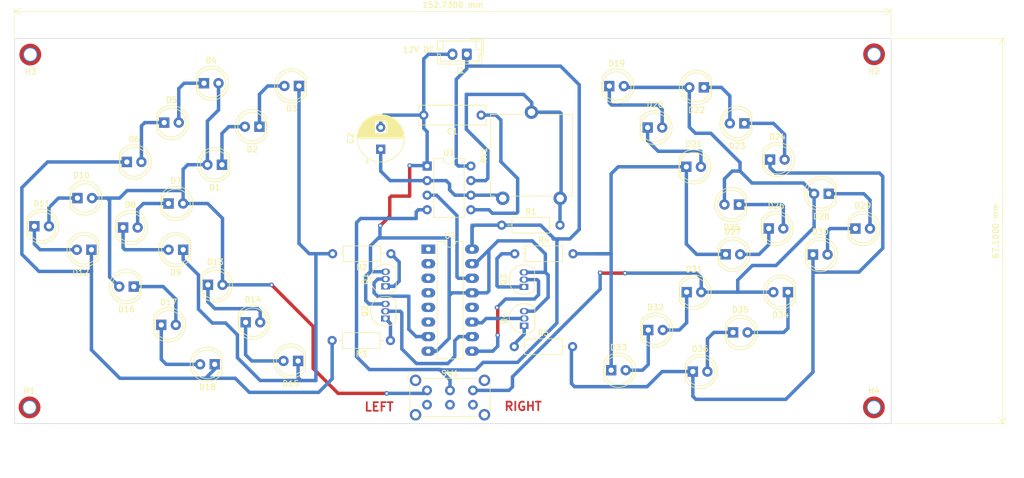
<source format=kicad_pcb>
(kicad_pcb (version 20211014) (generator pcbnew)
  (layers (0 "F.Cu" signal) (31 "B.Cu" signal) (34 "B.Paste" user) (35 "F.Paste" user) (36 "B.SilkS" user "B.Silkscreen") (37 "F.SilkS" user "F.Silkscreen") (38 "B.Mask" user) (39 "F.Mask" user) (44 "Edge.Cuts" user))
  (net 0 "")
  (net 1 "Net-(C1-Pad1)")
  (net 2 "Earth")
  (net 3 "Net-(C2-Pad1)")
  (net 4 "Net-(D1-Pad1)")
  (net 5 "Net-(D1-Pad2)")
  (net 6 "Net-(D2-Pad1)")
  (net 7 "Net-(D15-Pad1)")
  (net 8 "Net-(D4-Pad1)")
  (net 9 "Net-(D5-Pad1)")
  (net 10 "Net-(D12-Pad1)")
  (net 11 "Net-(D7-Pad1)")
  (net 12 "Net-(D8-Pad1)")
  (net 13 "Net-(D10-Pad1)")
  (net 14 "Net-(D11-Pad1)")
  (net 15 "Net-(D13-Pad1)")
  (net 16 "Net-(D14-Pad1)")
  (net 17 "Net-(D16-Pad1)")
  (net 18 "Net-(D17-Pad1)")
  (net 19 "Net-(D19-Pad1)")
  (net 20 "Net-(D19-Pad2)")
  (net 21 "Net-(D20-Pad1)")
  (net 22 "Net-(D21-Pad1)")
  (net 23 "Net-(D22-Pad1)")
  (net 24 "Net-(D23-Pad1)")
  (net 25 "Net-(D24-Pad1)")
  (net 26 "Net-(D25-Pad1)")
  (net 27 "Net-(D26-Pad1)")
  (net 28 "Net-(D28-Pad1)")
  (net 29 "Net-(D29-Pad1)")
  (net 30 "Net-(D31-Pad1)")
  (net 31 "Net-(D32-Pad1)")
  (net 32 "Net-(D34-Pad1)")
  (net 33 "Net-(D35-Pad1)")
  (net 34 "+12V")
  (net 35 "Net-(Q2-Pad1)")
  (net 36 "Net-(Q2-Pad2)")
  (net 37 "Net-(Q4-Pad1)")
  (net 38 "Net-(Q4-Pad2)")
  (net 39 "Net-(R1-Pad2)")
  (net 47 "Net-(R2-Pad1)")
  (net 48 "Net-(U2-Pad7)")
  (net 49 "Net-(U2-Pad9)")
  (net 50 "Net-(R4-Pad1)")
  (net 51 "/clock")
  (footprint "LED_THT:LED_D5.0mm" (layer "F.Cu") (at 95.895 77.42 180)
    (fp_text reference "D3")
    (fp_text value "LED")
  )
  (footprint "LED_THT:LED_D5.0mm" (layer "F.Cu") (at 59.73 105.95 180)
    (fp_text reference "D12")
    (fp_text value "LED")
  )
  (footprint "LED_THT:LED_D5.0mm" (layer "F.Cu") (at 164.515 127.18)
    (fp_text reference "D36")
    (fp_text value "LED")
  )
  (footprint "MountingHole:MountingHole_2.2mm_M2_DIN965_Pad_TopOnly" (layer "F.Cu") (at 196.09 71.9)
    (fp_text reference "H2")
    (fp_text value "MountingHole")
  )
  (footprint "LED_THT:LED_D5.0mm" (layer "F.Cu") (at 65.905 90.66)
    (fp_text reference "D6")
    (fp_text value "LED")
  )
  (footprint "LED_THT:LED_D5.0mm" (layer "F.Cu") (at 156.635 84.66)
    (fp_text reference "D20")
    (fp_text value "LED")
  )
  (footprint "LED_THT:LED_D5.0mm" (layer "F.Cu") (at 170.225 106.76)
    (fp_text reference "D27")
    (fp_text value "LED")
  )
  (footprint "Resistor_THT:R_Axial_DIN0207_L6.3mm_D2.5mm_P10.16mm_Horizontal" (layer "F.Cu") (at 133.4 122.83)
    (fp_text reference "R5")
    (fp_text value "200R")
  )
  (footprint "LED_THT:LED_D5.0mm" (layer "F.Cu") (at 73.165 97.9)
    (fp_text reference "D7")
    (fp_text value "LED")
  )
  (footprint "LED_THT:LED_D5.0mm" (layer "F.Cu") (at 173.5 83.94 180)
    (fp_text reference "D23")
    (fp_text value "LED")
  )
  (footprint "LED_THT:LED_D5.0mm" (layer "F.Cu") (at 177.745 102.25)
    (fp_text reference "D26")
    (fp_text value "LED")
  )
  (footprint "Resistor_THT:R_Axial_DIN0207_L6.3mm_D2.5mm_P10.16mm_Horizontal" (layer "F.Cu") (at 133.48 106.66)
    (fp_text reference "R4")
    (fp_text value "200R")
  )
  (footprint "Package_TO_SOT_THT:TO-92_Inline" (layer "F.Cu") (at 135.13 119.2 90)
    (fp_text reference "Q4")
    (fp_text value "BC547")
  )
  (footprint "LED_THT:LED_D5.0mm" (layer "F.Cu") (at 79.335 76.94)
    (fp_text reference "D4")
    (fp_text value "LED")
  )
  (footprint "Capacitor_THT:CP_Radial_D8.0mm_P3.80mm" (layer "F.Cu") (at 110.13 88.442651 90)
    (fp_text reference "C2")
    (fp_text value "10uF")
  )
  (footprint "LED_THT:LED_D5.0mm" (layer "F.Cu") (at 67.11 112.37 180)
    (fp_text reference "D16")
    (fp_text value "LED")
  )
  (footprint "LED_THT:LED_D5.0mm" (layer "F.Cu") (at 172.56 98.08 180)
    (fp_text reference "D25")
    (fp_text value "LED")
  )
  (footprint "LED_THT:LED_D5.0mm" (layer "F.Cu") (at 49.795 101.86)
    (fp_text reference "D11")
    (fp_text value "LED")
  )
  (footprint "Resistor_THT:R_Axial_DIN0207_L6.3mm_D2.5mm_P10.16mm_Horizontal" (layer "F.Cu") (at 131.21 101.67)
    (fp_text reference "R1")
    (fp_text value "10k")
  )
  (footprint "Package_TO_SOT_THT:TO-92_Inline" (layer "F.Cu") (at 110.98 112.33 90)
    (fp_text reference "Q1")
    (fp_text value "BC547")
  )
  (footprint "LED_THT:LED_D5.0mm" (layer "F.Cu") (at 181.085 113.34 180)
    (fp_text reference "D34")
    (fp_text value "LED")
  )
  (footprint "LED_THT:LED_D5.0mm" (layer "F.Cu") (at 166.44 77.67 180)
    (fp_text reference "D22")
    (fp_text value "LED")
  )
  (footprint "Capacitor_THT:C_Rect_L11.5mm_W3.2mm_P10.00mm_MKT" (layer "F.Cu") (at 127.63 82.5 180)
    (fp_text reference "C1")
    (fp_text value "10nF")
  )
  (footprint "LED_THT:LED_D5.0mm" (layer "F.Cu") (at 149.965 77.44)
    (fp_text reference "D19")
    (fp_text value "LED")
  )
  (footprint "LED_THT:LED_D5.0mm" (layer "F.Cu") (at 150.28 126.94)
    (fp_text reference "D33")
    (fp_text value "LED")
  )
  (footprint "LED_THT:LED_D5.0mm" (layer "F.Cu") (at 89.005 84.51 180)
    (fp_text reference "D2")
    (fp_text value "LED")
  )
  (footprint "LED_THT:LED_D5.0mm" (layer "F.Cu") (at 65.245 102.08)
    (fp_text reference "D8")
    (fp_text value "LED")
  )
  (footprint "LED_THT:LED_D5.0mm" (layer "F.Cu") (at 82.475 91.14 180)
    (fp_text reference "D1")
    (fp_text value "LED")
  )
  (footprint "LED_THT:LED_D5.0mm" (layer "F.Cu") (at 57.295 96.95)
    (fp_text reference "D10")
    (fp_text value "LED")
  )
  (footprint "Potentiometer_THT:Potentiometer_ACP_CA14V-15_Vertical_Hole" (layer "F.Cu") (at 141.4 96.99 90)
    (fp_text reference "RV1")
    (fp_text value "50k")
  )
  (footprint "Package_DIP:DIP-16_W7.62mm_LongPads" (layer "F.Cu") (at 118.425 105.845)
    (fp_text reference "U2")
    (fp_text value "4017")
  )
  (footprint "MountingHole:MountingHole_2.2mm_M2_DIN965_Pad_TopOnly" (layer "F.Cu") (at 48.95 133.42)
    (fp_text reference "H1")
    (fp_text value "MountingHole")
  )
  (footprint "LED_THT:LED_D5.0mm" (layer "F.Cu") (at 156.745 119.94)
    (fp_text reference "D32")
    (fp_text value "LED")
  )
  (footprint "Connector_JST:JST_EH_B2B-EH-A_1x02_P2.50mm_Vertical" (layer "F.Cu") (at 125.13 71.9 180)
    (fp_text reference "J1")
    (fp_text value "12V DC")
  )
  (footprint "LED_THT:LED_D5.0mm" (layer "F.Cu") (at 177.965 90.24)
    (fp_text reference "D24")
    (fp_text value "LED")
  )
  (footprint "LED_THT:LED_D5.0mm" (layer "F.Cu") (at 81.205 125.92 180)
    (fp_text reference "D18")
    (fp_text value "LED")
  )
  (footprint "Package_DIP:DIP-8_W7.62mm" (layer "F.Cu") (at 118.22 91.37)
    (fp_text reference "U1")
    (fp_text value "NE555P")
  )
  (footprint "MountingHole:MountingHole_2.2mm_M2_DIN965_Pad_TopOnly" (layer "F.Cu") (at 196.06 133.42)
    (fp_text reference "H4")
    (fp_text value "MountingHole")
  )
  (footprint "MountingHole:MountingHole_2.2mm_M2_DIN965_Pad_TopOnly" (layer "F.Cu") (at 49.08 71.95)
    (fp_text reference "H3")
    (fp_text value "MountingHole")
  )
  (footprint "Package_TO_SOT_THT:TO-92_Inline" (layer "F.Cu") (at 135.09 112.43 90)
    (fp_text reference "Q3")
    (fp_text value "BC547")
  )
  (footprint "Resistor_THT:R_Axial_DIN0207_L6.3mm_D2.5mm_P10.16mm_Horizontal" (layer "F.Cu") (at 111.91 106.65 180)
    (fp_text reference "R2")
    (fp_text value "200R")
  )
  (footprint "Button_Switch_THT:SW_E-Switch_EG2219_DPDT_Angled" (layer "F.Cu") (at 118.2025 130.4575)
    (fp_text reference "SW1")
    (fp_text value "DIR_CNTRL")
  )
  (footprint "LED_THT:LED_D5.0mm" (layer "F.Cu") (at 171.515 120.36)
    (fp_text reference "D35")
    (fp_text value "LED")
  )
  (footprint "LED_THT:LED_D5.0mm" (layer "F.Cu") (at 163.385 91.5)
    (fp_text reference "D21")
    (fp_text value "LED")
  )
  (footprint "LED_THT:LED_D5.0mm" (layer "F.Cu") (at 192.84 102.26)
    (fp_text reference "D29")
    (fp_text value "LED")
  )
  (footprint "LED_THT:LED_D5.0mm" (layer "F.Cu") (at 80.03 112.07)
    (fp_text reference "D13")
    (fp_text value "LED")
  )
  (footprint "LED_THT:LED_D5.0mm" (layer "F.Cu") (at 72.41 83.8)
    (fp_text reference "D5")
    (fp_text value "LED")
  )
  (footprint "LED_THT:LED_D5.0mm" (layer "F.Cu") (at 95.735 125.33 180)
    (fp_text reference "D15")
    (fp_text value "LED")
  )
  (footprint "LED_THT:LED_D5.0mm" (layer "F.Cu") (at 75.71 105.95 180)
    (fp_text reference "D9")
    (fp_text value "LED")
  )
  (footprint "LED_THT:LED_D5.0mm" (layer "F.Cu") (at 185.445 106.79)
    (fp_text reference "D30")
    (fp_text value "LED")
  )
  (footprint "LED_THT:LED_D5.0mm" (layer "F.Cu") (at 163.435 113.34)
    (fp_text reference "D31")
    (fp_text value "LED")
  )
  (footprint "Package_TO_SOT_THT:TO-92_Inline" (layer "F.Cu") (at 110.95 117.94 90)
    (fp_text reference "Q2")
    (fp_text value "BC547")
  )
  (footprint "LED_THT:LED_D5.0mm" (layer "F.Cu") (at 86.595 118.6)
    (fp_text reference "D14")
    (fp_text value "LED")
  )
  (footprint "LED_THT:LED_D5.0mm" (layer "F.Cu") (at 71.9 119.05)
    (fp_text reference "D17")
    (fp_text value "LED")
  )
  (footprint "LED_THT:LED_D5.0mm" (layer "F.Cu") (at 188.18 96.2 180)
    (fp_text reference "D28")
    (fp_text value "LED")
  )
  (footprint "Resistor_THT:R_Axial_DIN0207_L6.3mm_D2.5mm_P10.16mm_Horizontal" (layer "F.Cu") (at 111.83 121.77 180)
    (fp_text reference "R3")
    (fp_text value "200R")
  )
  (gr_rect (start 46.35 69.11) (end 199.08 136.25) (layer "Edge.Cuts") (width 0.1) (fill none))
  (gr_text "RIGHT" (at 134.94 133.24) (layer "F.Cu") (effects (font (size 1.5 1.5) (thickness 0.3))))
  (gr_text "LEFT" (at 109.85 133.33) (layer "F.Cu") (effects (font (size 1.5 1.5) (thickness 0.3))))
  (dimension (type aligned) (layer "F.SilkS") (pts (xy 46.33 69.07) (xy 199.06 69.07)) (height -4.63) (gr_text "152.7300 mm" (at 122.695 63.29) (layer "F.SilkS") (effects (font (size 1 1) (thickness 0.15)))) (format (units 3) (units_format 1) (precision 4)) (style (thickness 0.1) (arrow_length 1.27) (text_position_mode 0) (extension_height 0.58642) (extension_offset 0.5) keep_text_aligned))
  (dimension (type aligned) (layer "F.SilkS") (pts (xy 199.02 69.14) (xy 199.02 136.24)) (height -19.42) (gr_text "67.1000 mm" (at 217.29 102.69 90) (layer "F.SilkS") (effects (font (size 1 1) (thickness 0.15)))) (format (units 3) (units_format 1) (precision 4)) (style (thickness 0.1) (arrow_length 1.27) (text_position_mode 0) (extension_height 0.58642) (extension_offset 0.5) keep_text_aligned))
  (segment (start 133.99 93.540001) (end 131.072434 90.622435) (width 0.6) (layer "B.Cu") (net 1))
  (segment (start 131.072434 90.622435) (end 131.072434 83.362434) (width 0.6) (layer "B.Cu") (net 1))
  (segment (start 129.59 99.59) (end 133.8 99.59) (width 0.6) (layer "B.Cu") (net 1))
  (segment (start 130.21 82.5) (end 127.63 82.5) (width 0.6) (layer "B.Cu") (net 1))
  (segment (start 133.8 99.59) (end 133.99 99.4) (width 0.6) (layer "B.Cu") (net 1))
  (segment (start 131.072434 83.362434) (end 130.21 82.5) (width 0.6) (layer "B.Cu") (net 1))
  (segment (start 128.99 98.99) (end 129.59 99.59) (width 0.6) (layer "B.Cu") (net 1))
  (segment (start 125.84 98.99) (end 128.99 98.99) (width 0.6) (layer "B.Cu") (net 1))
  (segment (start 133.99 99.4) (end 133.99 93.540001) (width 0.6) (layer "B.Cu") (net 1))
  (segment (start 110.06 101.76) (end 111.71 100.11) (width 0.6) (layer "F.Cu") (net 2))
  (segment (start 111.71 96.88) (end 111.98 96.61) (width 0.6) (layer "F.Cu") (net 2))
  (segment (start 111.98 96.61) (end 115.14 96.61) (width 0.6) (layer "F.Cu") (net 2))
  (segment (start 111.71 100.11) (end 111.71 96.88) (width 0.6) (layer "F.Cu") (net 2))
  (segment (start 115.18 96.57) (end 115.18 91.29) (width 0.6) (layer "F.Cu") (net 2))
  (segment (start 115.14 96.61) (end 115.18 96.57) (width 0.6) (layer "F.Cu") (net 2))
  (via (at 110.06 101.76) (size 0.8) (drill 0.4) (layers "F.Cu" "B.Cu") (net 2))
  (via (at 115.18 91.29) (size 0.8) (drill 0.4) (layers "F.Cu" "B.Cu") (net 2))
  (segment (start 138.82 109.89) (end 135.09 109.89) (width 0.6) (layer "B.Cu") (net 2))
  (segment (start 110.63 82.5) (end 117.63 82.5) (width 0.6) (layer "B.Cu") (net 2))
  (segment (start 128.98 113.14) (end 128.655 113.465) (width 0.6) (layer "B.Cu") (net 2))
  (segment (start 110.98 109.79) (end 108.35 109.79) (width 0.6) (layer "B.Cu") (net 2))
  (segment (start 118.425 123.625) (end 119.835 123.625) (width 0.6) (layer "B.Cu") (net 2))
  (segment (start 107.52 110.62) (end 107.52 114.81) (width 0.6) (layer "B.Cu") (net 2))
  (segment (start 122.06 113.98) (end 122.575 113.465) (width 0.6) (layer "B.Cu") (net 2))
  (segment (start 136.89 116.66) (end 139.3 114.25) (width 0.6) (layer "B.Cu") (net 2))
  (segment (start 139.3 110.37) (end 138.82 109.89) (width 0.6) (layer "B.Cu") (net 2))
  (segment (start 118.45 71.9) (end 117.63 72.72) (width 0.6) (layer "B.Cu") (net 2))
  (segment (start 110 101.82) (end 110.06 101.76) (width 0.6) (layer "B.Cu") (net 2))
  (segment (start 122.06 113.98) (end 122.06 104.02) (width 0.6) (layer "B.Cu") (net 2))
  (segment (start 110.13 83) (end 110.63 82.5) (width 0.6) (layer "B.Cu") (net 2))
  (segment (start 107.52 114.81) (end 108.11 115.4) (width 0.6) (layer "B.Cu") (net 2))
  (segment (start 122.63 71.9) (end 118.45 71.9) (width 0.6) (layer "B.Cu") (net 2))
  (segment (start 110 103.9) (end 110 101.82) (width 0.6) (layer "B.Cu") (net 2))
  (segment (start 115.18 91.29) (end 118.14 91.29) (width 0.6) (layer "B.Cu") (net 2))
  (segment (start 121.94 103.9) (end 110 103.9) (width 0.6) (layer "B.Cu") (net 2))
  (segment (start 117.63 72.72) (end 117.63 82.5) (width 0.6) (layer "B.Cu") (net 2))
  (segment (start 108.35 105.28) (end 108.35 109.75) (width 0.6) (layer "B.Cu") (net 2))
  (segment (start 117.63 84.79) (end 118.22 85.38) (width 0.6) (layer "B.Cu") (net 2))
  (segment (start 110.13 84.642651) (end 110.13 83) (width 0.6) (layer "B.Cu") (net 2))
  (segment (start 136.53 104.41) (end 138.82 106.7) (width 0.6) (layer "B.Cu") (net 2))
  (segment (start 117.63 82.5) (end 117.63 84.79) (width 0.6) (layer "B.Cu") (net 2))
  (segment (start 108.35 109.79) (end 107.52 110.62) (width 0.6) (layer "B.Cu") (net 2))
  (segment (start 118.22 85.38) (end 118.22 91.37) (width 0.6) (layer "B.Cu") (net 2))
  (segment (start 126.585 108.385) (end 128.98 105.99) (width 0.6) (layer "B.Cu") (net 2))
  (segment (start 135.13 116.66) (end 136.89 116.66) (width 0.6) (layer "B.Cu") (net 2))
  (segment (start 139.3 114.25) (end 139.3 110.37) (width 0.6) (layer "B.Cu") (net 2))
  (segment (start 128.98 105.99) (end 128.98 113.14) (width 0.6) (layer "B.Cu") (net 2))
  (segment (start 119.835 123.625) (end 122.06 121.4) (width 0.6) (layer "B.Cu") (net 2))
  (segment (start 128.98 105.99) (end 130.56 104.41) (width 0.6) (layer "B.Cu") (net 2))
  (segment (start 122.575 113.465) (end 126.045 113.465) (width 0.6) (layer "B.Cu") (net 2))
  (segment (start 122.06 121.4) (end 122.06 113.98) (width 0.6) (layer "B.Cu") (net 2))
  (segment (start 126.045 108.385) (end 126.585 108.385) (width 0.6) (layer "B.Cu") (net 2))
  (segment (start 108.11 115.4) (end 110.95 115.4) (width 0.6) (layer "B.Cu") (net 2))
  (segment (start 128.655 113.465) (end 126.045 113.465) (width 0.6) (layer "B.Cu") (net 2))
  (segment (start 108.35 109.75) (end 107.5 110.6) (width 0.6) (layer "B.Cu") (net 2))
  (segment (start 118.14 91.29) (end 118.22 91.37) (width 0.6) (layer "B.Cu") (net 2))
  (segment (start 122.06 104.02) (end 121.94 103.9) (width 0.6) (layer "B.Cu") (net 2))
  (segment (start 138.82 106.7) (end 138.82 109.89) (width 0.6) (layer "B.Cu") (net 2))
  (segment (start 109.73 103.9) (end 108.35 105.28) (width 0.6) (layer "B.Cu") (net 2))
  (segment (start 130.56 104.41) (end 136.53 104.41) (width 0.6) (layer "B.Cu") (net 2))
  (segment (start 110 103.9) (end 109.73 103.9) (width 0.6) (layer "B.Cu") (net 2))
  (segment (start 122.13 95.52) (end 123.06 96.45) (width 0.6) (layer "B.Cu") (net 3))
  (segment (start 110.13 92.25) (end 111.79 93.91) (width 0.6) (layer "B.Cu") (net 3))
  (segment (start 121.53 93.91) (end 122.13 94.51) (width 0.6) (layer "B.Cu") (net 3))
  (segment (start 110.13 88.442651) (end 110.13 92.25) (width 0.6) (layer "B.Cu") (net 3))
  (segment (start 111.79 93.91) (end 118.22 93.91) (width 0.6) (layer "B.Cu") (net 3))
  (segment (start 122.13 94.51) (end 122.13 95.52) (width 0.6) (layer "B.Cu") (net 3))
  (segment (start 118.22 93.91) (end 121.53 93.91) (width 0.6) (layer "B.Cu") (net 3))
  (segment (start 130.86 96.45) (end 131.4 96.99) (width 0.6) (layer "B.Cu") (net 3))
  (segment (start 123.06 96.45) (end 125.84 96.45) (width 0.6) (layer "B.Cu") (net 3))
  (segment (start 125.84 96.45) (end 130.86 96.45) (width 0.6) (layer "B.Cu") (net 3))
  (segment (start 86.465 84.51) (end 83.65 84.51) (width 0.6) (layer "B.Cu") (net 4))
  (segment (start 82.475 85.685) (end 82.475 91.14) (width 0.6) (layer "B.Cu") (net 4))
  (segment (start 83.65 84.51) (end 82.475 85.685) (width 0.6) (layer "B.Cu") (net 4))
  (segment (start 98.36 126.63) (end 101.02 129.29) (width 0.6) (layer "F.Cu") (net 5))
  (segment (start 91.13 112.08) (end 98.36 119.31) (width 0.6) (layer "F.Cu") (net 5))
  (segment (start 101.02 129.29) (end 102.71 130.98) (width 0.6) (layer "F.Cu") (net 5))
  (segment (start 98.36 119.31) (end 98.36 123.06) (width 0.6) (layer "F.Cu") (net 5))
  (segment (start 98.36 123.06) (end 98.36 126.63) (width 0.6) (layer "F.Cu") (net 5))
  (segment (start 102.71 130.98) (end 111.18 130.98) (width 0.6) (layer "F.Cu") (net 5))
  (via (at 91.13 112.08) (size 0.8) (drill 0.4) (layers "F.Cu" "B.Cu") (net 5))
  (via (at 111.18 130.98) (size 0.8) (drill 0.4) (layers "F.Cu" "B.Cu") (net 5))
  (segment (start 76.51 91.14) (end 75.705 91.945) (width 0.6) (layer "B.Cu") (net 5))
  (segment (start 82.57 100.49) (end 79.98 97.9) (width 0.6) (layer "B.Cu") (net 5))
  (segment (start 82.57 112.07) (end 91.12 112.07) (width 0.6) (layer "B.Cu") (net 5))
  (segment (start 79.935 83.545) (end 79.935 91.14) (width 0.6) (layer "B.Cu") (net 5))
  (segment (start 81.875 81.605) (end 79.935 83.545) (width 0.6) (layer "B.Cu") (net 5))
  (segment (start 111.18 130.98) (end 117.68 130.98) (width 0.6) (layer "B.Cu") (net 5))
  (segment (start 64.57 112.37) (end 62.9 110.7) (width 0.6) (layer "B.Cu") (net 5))
  (segment (start 62.48 96.95) (end 64.65 96.95) (width 0.6) (layer "B.Cu") (net 5))
  (segment (start 82.57 112.07) (end 82.57 100.49) (width 0.6) (layer "B.Cu") (net 5))
  (segment (start 64.65 96.95) (end 65.96 95.64) (width 0.6) (layer "B.Cu") (net 5))
  (segment (start 65.96 95.64) (end 75.62 95.64) (width 0.6) (layer "B.Cu") (net 5))
  (segment (start 75.705 91.945) (end 75.705 95.725) (width 0.6) (layer "B.Cu") (net 5))
  (segment (start 79.98 97.9) (end 75.705 97.9) (width 0.6) (layer "B.Cu") (net 5))
  (segment (start 62.9 110.7) (end 62.9 97.37) (width 0.6) (layer "B.Cu") (net 5))
  (segment (start 91.12 112.07) (end 91.13 112.08) (width 0.6) (layer "B.Cu") (net 5))
  (segment (start 59.835 96.95) (end 62.48 96.95) (width 0.6) (layer "B.Cu") (net 5))
  (segment (start 81.875 76.94) (end 81.875 81.605) (width 0.6) (layer "B.Cu") (net 5))
  (segment (start 117.68 130.98) (end 118.2025 130.4575) (width 0.6) (layer "B.Cu") (net 5))
  (segment (start 75.62 95.64) (end 75.705 95.725) (width 0.6) (layer "B.Cu") (net 5))
  (segment (start 62.9 97.37) (end 62.48 96.95) (width 0.6) (layer "B.Cu") (net 5))
  (segment (start 79.935 91.14) (end 76.51 91.14) (width 0.6) (layer "B.Cu") (net 5))
  (segment (start 75.705 95.725) (end 75.705 97.9) (width 0.6) (layer "B.Cu") (net 5))
  (segment (start 89.005 78.875) (end 89.005 84.51) (width 0.6) (layer "B.Cu") (net 6))
  (segment (start 93.355 77.42) (end 90.46 77.42) (width 0.6) (layer "B.Cu") (net 6))
  (segment (start 90.46 77.42) (end 89.005 78.875) (width 0.6) (layer "B.Cu") (net 6))
  (segment (start 97.68 106.65) (end 98.83 106.65) (width 0.6) (layer "B.Cu") (net 7))
  (segment (start 78.38 110.35) (end 78.38 116.31) (width 0.6) (layer "B.Cu") (net 7))
  (segment (start 85.17 120.78) (end 85.17 124.76) (width 0.6) (layer "B.Cu") (net 7))
  (segment (start 78.38 116.31) (end 80.79 118.72) (width 0.6) (layer "B.Cu") (net 7))
  (segment (start 98.84 106.66) (end 98.83 106.65) (width 0.6) (layer "B.Cu") (net 7))
  (segment (start 95.735 125.33) (end 95.735 128.245) (width 0.6) (layer "B.Cu") (net 7))
  (segment (start 89.15 128.74) (end 96.23 128.74) (width 0.6) (layer "B.Cu") (net 7))
  (segment (start 98.83 106.65) (end 101.75 106.65) (width 0.6) (layer "B.Cu") (net 7))
  (segment (start 75.71 107.68) (end 78.38 110.35) (width 0.6) (layer "B.Cu") (net 7))
  (segment (start 85.17 124.76) (end 89.15 128.74) (width 0.6) (layer "B.Cu") (net 7))
  (segment (start 98.84 128.74) (end 98.84 106.66) (width 0.6) (layer "B.Cu") (net 7))
  (segment (start 96.23 128.74) (end 98.84 128.74) (width 0.6) (layer "B.Cu") (net 7))
  (segment (start 80.79 118.72) (end 83.11 118.72) (width 0.6) (layer "B.Cu") (net 7))
  (segment (start 95.895 104.865) (end 97.68 106.65) (width 0.6) (layer "B.Cu") (net 7))
  (segment (start 95.895 77.42) (end 95.895 104.865) (width 0.6) (layer "B.Cu") (net 7))
  (segment (start 83.11 118.72) (end 85.17 120.78) (width 0.6) (layer "B.Cu") (net 7))
  (segment (start 95.735 128.245) (end 96.23 128.74) (width 0.6) (layer "B.Cu") (net 7))
  (segment (start 75.71 105.95) (end 75.71 107.68) (width 0.6) (layer "B.Cu") (net 7))
  (segment (start 74.95 77.87) (end 74.95 83.8) (width 0.6) (layer "B.Cu") (net 8))
  (segment (start 79.335 76.94) (end 75.88 76.94) (width 0.6) (layer "B.Cu") (net 8))
  (segment (start 75.88 76.94) (end 74.95 77.87) (width 0.6) (layer "B.Cu") (net 8))
  (segment (start 68.445 84.375) (end 68.445 90.66) (width 0.6) (layer "B.Cu") (net 9))
  (segment (start 72.41 83.8) (end 69.02 83.8) (width 0.6) (layer "B.Cu") (net 9))
  (segment (start 69.02 83.8) (end 68.445 84.375) (width 0.6) (layer "B.Cu") (net 9))
  (segment (start 78.91 128.35) (end 84.79 128.35) (width 0.6) (layer "B.Cu") (net 10))
  (segment (start 59.73 123.4) (end 64.68 128.35) (width 0.6) (layer "B.Cu") (net 10))
  (segment (start 52.09 90.66) (end 47.61 95.14) (width 0.6) (layer "B.Cu") (net 10))
  (segment (start 64.68 128.35) (end 78.91 128.35) (width 0.6) (layer "B.Cu") (net 10))
  (segment (start 59.73 109.73) (end 59.73 123.4) (width 0.6) (layer "B.Cu") (net 10))
  (segment (start 59.73 105.95) (end 59.73 109.73) (width 0.6) (layer "B.Cu") (net 10))
  (segment (start 47.61 95.14) (end 47.61 106.74) (width 0.6) (layer "B.Cu") (net 10))
  (segment (start 87.24 130.8) (end 99.32 130.8) (width 0.6) (layer "B.Cu") (net 10))
  (segment (start 99.32 130.8) (end 101.67 128.45) (width 0.6) (layer "B.Cu") (net 10))
  (segment (start 78.91 128.35) (end 79.62 128.35) (width 0.6) (layer "B.Cu") (net 10))
  (segment (start 50.6 109.73) (end 59.73 109.73) (width 0.6) (layer "B.Cu") (net 10))
  (segment (start 101.67 128.45) (end 101.67 121.77) (width 0.6) (layer "B.Cu") (net 10))
  (segment (start 81.205 126.765) (end 81.205 125.92) (width 0.6) (layer "B.Cu") (net 10))
  (segment (start 79.62 128.35) (end 81.205 126.765) (width 0.6) (layer "B.Cu") (net 10))
  (segment (start 47.61 106.74) (end 50.6 109.73) (width 0.6) (layer "B.Cu") (net 10))
  (segment (start 65.905 90.66) (end 52.09 90.66) (width 0.6) (layer "B.Cu") (net 10))
  (segment (start 84.79 128.35) (end 87.24 130.8) (width 0.6) (layer "B.Cu") (net 10))
  (segment (start 68.78 97.9) (end 73.165 97.9) (width 0.6) (layer "B.Cu") (net 11))
  (segment (start 67.785 102.08) (end 67.785 98.895) (width 0.6) (layer "B.Cu") (net 11))
  (segment (start 67.785 98.895) (end 68.78 97.9) (width 0.6) (layer "B.Cu") (net 11))
  (segment (start 65.245 105.625) (end 65.245 102.08) (width 0.6) (layer "B.Cu") (net 12))
  (segment (start 65.57 105.95) (end 65.245 105.625) (width 0.6) (layer "B.Cu") (net 12))
  (segment (start 73.17 105.95) (end 65.57 105.95) (width 0.6) (layer "B.Cu") (net 12))
  (segment (start 53.99 96.95) (end 57.295 96.95) (width 0.6) (layer "B.Cu") (net 13))
  (segment (start 52.335 98.605) (end 53.99 96.95) (width 0.6) (layer "B.Cu") (net 13))
  (segment (start 52.335 101.86) (end 52.335 98.605) (width 0.6) (layer "B.Cu") (net 13))
  (segment (start 50.79 105.95) (end 57.19 105.95) (width 0.6) (layer "B.Cu") (net 14))
  (segment (start 49.795 104.955) (end 50.79 105.95) (width 0.6) (layer "B.Cu") (net 14))
  (segment (start 49.795 101.86) (end 49.795 104.955) (width 0.6) (layer "B.Cu") (net 14))
  (segment (start 81.23 116.22) (end 88.7 116.22) (width 0.6) (layer "B.Cu") (net 15))
  (segment (start 80.03 115.02) (end 81.23 116.22) (width 0.6) (layer "B.Cu") (net 15))
  (segment (start 80.03 112.07) (end 80.03 115.02) (width 0.6) (layer "B.Cu") (net 15))
  (segment (start 88.7 116.22) (end 89.135 116.655) (width 0.6) (layer "B.Cu") (net 15))
  (segment (start 89.135 116.655) (end 89.135 118.6) (width 0.6) (layer "B.Cu") (net 15))
  (segment (start 87.67 125.33) (end 93.195 125.33) (width 0.6) (layer "B.Cu") (net 16))
  (segment (start 86.595 124.255) (end 87.67 125.33) (width 0.6) (layer "B.Cu") (net 16))
  (segment (start 86.595 118.6) (end 86.595 124.255) (width 0.6) (layer "B.Cu") (net 16))
  (segment (start 74.44 114.58) (end 72.23 112.37) (width 0.6) (layer "B.Cu") (net 17))
  (segment (start 72.23 112.37) (end 67.11 112.37) (width 0.6) (layer "B.Cu") (net 17))
  (segment (start 74.44 119.05) (end 74.44 114.58) (width 0.6) (layer "B.Cu") (net 17))
  (segment (start 71.9 125.05) (end 71.9 119.05) (width 0.6) (layer "B.Cu") (net 18))
  (segment (start 72.77 125.92) (end 71.9 125.05) (width 0.6) (layer "B.Cu") (net 18))
  (segment (start 78.665 125.92) (end 72.77 125.92) (width 0.6) (layer "B.Cu") (net 18))
  (segment (start 158.38 80.74) (end 159.175 81.535) (width 0.6) (layer "B.Cu") (net 19))
  (segment (start 159.175 81.535) (end 159.175 84.66) (width 0.6) (layer "B.Cu") (net 19))
  (segment (start 150.37 80.74) (end 158.38 80.74) (width 0.6) (layer "B.Cu") (net 19))
  (segment (start 149.965 77.44) (end 149.965 80.335) (width 0.6) (layer "B.Cu") (net 19))
  (segment (start 149.965 80.335) (end 150.37 80.74) (width 0.6) (layer "B.Cu") (net 19))
  (segment (start 152.68 110.03) (end 148.43 110.03) (width 0.6) (layer "F.Cu") (net 20))
  (segment (start 148.43 110.03) (end 148.36 109.96) (width 0.6) (layer "F.Cu") (net 20))
  (via (at 148.36 109.96) (size 0.8) (drill 0.4) (layers "F.Cu" "B.Cu") (net 20))
  (via (at 152.68 110.03) (size 0.8) (drill 0.4) (layers "F.Cu" "B.Cu") (net 20))
  (segment (start 165.73 110.58) (end 165.18 110.03) (width 0.6) (layer "B.Cu") (net 20))
  (segment (start 163.9 77.67) (end 152.815 77.67) (width 0.6) (layer "B.Cu") (net 20))
  (segment (start 163.9 77.67) (end 163.9 84.6) (width 0.6) (layer "B.Cu") (net 20))
  (segment (start 148.36 112.82) (end 133.09 128.09) (width 0.6) (layer "B.Cu") (net 20))
  (segment (start 165.975 113.34) (end 165.975 110.825) (width 0.6) (layer "B.Cu") (net 20))
  (segment (start 133.09 129.84) (end 132.4725 130.4575) (width 0.6) (layer "B.Cu") (net 20))
  (segment (start 172.34 113.34) (end 165.975 113.34) (width 0.6) (layer "B.Cu") (net 20))
  (segment (start 148.36 109.96) (end 148.36 112.82) (width 0.6) (layer "B.Cu") (net 20))
  (segment (start 167.64 85.66) (end 172.735 90.755) (width 0.6) (layer "B.Cu") (net 20))
  (segment (start 178.545 113.34) (end 172.34 113.34) (width 0.6) (layer "B.Cu") (net 20))
  (segment (start 170.02 93.61) (end 170.02 98.08) (width 0.6) (layer "B.Cu") (net 20))
  (segment (start 185.64 96.2) (end 183.77 94.33) (width 0.6) (layer "B.Cu") (net 20))
  (segment (start 171.385 92.245) (end 170.02 93.61) (width 0.6) (layer "B.Cu") (net 20))
  (segment (start 152.815 77.67) (end 152.515 77.97) (width 0.6) (layer "B.Cu") (net 20))
  (segment (start 174.88 108.7) (end 179 108.7) (width 0.6) (layer "B.Cu") (net 20))
  (segment (start 172.34 113.34) (end 172.34 111.24) (width 0.6) (layer "B.Cu") (net 20))
  (segment (start 172.735 90.755) (end 172.735 92.245) (width 0.6) (layer "B.Cu") (net 20))
  (segment (start 165.975 110.825) (end 165.73 110.58) (width 0.6) (layer "B.Cu") (net 20))
  (segment (start 133.09 128.09) (end 133.09 129.84) (width 0.6) (layer "B.Cu") (net 20))
  (segment (start 165.18 110.03) (end 152.68 110.03) (width 0.6) (layer "B.Cu") (net 20))
  (segment (start 163.9 84.6) (end 164.96 85.66) (width 0.6) (layer "B.Cu") (net 20))
  (segment (start 164.96 85.66) (end 167.64 85.66) (width 0.6) (layer "B.Cu") (net 20))
  (segment (start 185.64 102.06) (end 185.64 96.2) (width 0.6) (layer "B.Cu") (net 20))
  (segment (start 179 108.7) (end 185.64 102.06) (width 0.6) (layer "B.Cu") (net 20))
  (segment (start 183.77 94.33) (end 174.82 94.33) (width 0.6) (layer "B.Cu") (net 20))
  (segment (start 132.4725 130.4575) (end 126.2025 130.4575) (width 0.6) (layer "B.Cu") (net 20))
  (segment (start 172.735 92.245) (end 171.385 92.245) (width 0.6) (layer "B.Cu") (net 20))
  (segment (start 172.34 111.24) (end 174.88 108.7) (width 0.6) (layer "B.Cu") (net 20))
  (segment (start 172.735 92.245) (end 174.82 94.33) (width 0.6) (layer "B.Cu") (net 20))
  (segment (start 165.925 88.885) (end 165.925 91.5) (width 0.6) (layer "B.Cu") (net 21))
  (segment (start 156.635 84.66) (end 156.635 86.955) (width 0.6) (layer "B.Cu") (net 21))
  (segment (start 158.48 88.8) (end 165.84 88.8) (width 0.6) (layer "B.Cu") (net 21))
  (segment (start 165.84 88.8) (end 165.925 88.885) (width 0.6) (layer "B.Cu") (net 21))
  (segment (start 156.635 86.955) (end 158.48 88.8) (width 0.6) (layer "B.Cu") (net 21))
  (segment (start 163.385 104.955) (end 164.97 106.54) (width 0.6) (layer "B.Cu") (net 22))
  (segment (start 143.64 106.66) (end 147.68 106.66) (width 0.6) (layer "B.Cu") (net 22))
  (segment (start 163.385 91.5) (end 163.385 104.955) (width 0.6) (layer "B.Cu") (net 22))
  (segment (start 150.27 92.74) (end 151.51 91.5) (width 0.6) (layer "B.Cu") (net 22))
  (segment (start 165.17 106.76) (end 170.225 106.76) (width 0.6) (layer "B.Cu") (net 22))
  (segment (start 151.51 91.5) (end 163.385 91.5) (width 0.6) (layer "B.Cu") (net 22))
  (segment (start 150.28 106.66) (end 150.28 126.94) (width 0.6) (layer "B.Cu") (net 22))
  (segment (start 150.27 106.66) (end 150.27 92.74) (width 0.6) (layer "B.Cu") (net 22))
  (segment (start 147.68 106.66) (end 150.27 106.66) (width 0.6) (layer "B.Cu") (net 22))
  (segment (start 147.68 106.66) (end 150.28 106.66) (width 0.6) (layer "B.Cu") (net 22))
  (segment (start 164.97 106.54) (end 164.97 106.56) (width 0.6) (layer "B.Cu") (net 22))
  (segment (start 164.97 106.56) (end 165.17 106.76) (width 0.6) (layer "B.Cu") (net 22))
  (segment (start 170.96 79.15) (end 170.96 83.94) (width 0.6) (layer "B.Cu") (net 23))
  (segment (start 169.48 77.67) (end 170.96 79.15) (width 0.6) (layer "B.Cu") (net 23))
  (segment (start 166.44 77.67) (end 169.48 77.67) (width 0.6) (layer "B.Cu") (net 23))
  (segment (start 178.56 83.94) (end 180.505 85.885) (width 0.6) (layer "B.Cu") (net 24))
  (segment (start 173.5 83.94) (end 178.56 83.94) (width 0.6) (layer "B.Cu") (net 24))
  (segment (start 180.505 85.885) (end 180.505 90.24) (width 0.6) (layer "B.Cu") (net 24))
  (segment (start 177.965 91.675) (end 178.88 92.59) (width 0.6) (layer "B.Cu") (net 25))
  (segment (start 197.02 92.59) (end 197.61 93.18) (width 0.6) (layer "B.Cu") (net 25))
  (segment (start 164.515 131.485) (end 164.515 127.18) (width 0.6) (layer "B.Cu") (net 25))
  (segment (start 178.88 92.59) (end 197.02 92.59) (width 0.6) (layer "B.Cu") (net 25))
  (segment (start 197.61 93.18) (end 197.61 105.69) (width 0.6) (layer "B.Cu") (net 25))
  (segment (start 143.36 129.26) (end 143.36 123.03) (width 0.6) (layer "B.Cu") (net 25))
  (segment (start 159.17 127.18) (end 156.54 129.81) (width 0.6) (layer "B.Cu") (net 25))
  (segment (start 143.36 123.03) (end 143.56 122.83) (width 0.6) (layer "B.Cu") (net 25))
  (segment (start 185.445 109.455) (end 185.445 106.79) (width 0.6) (layer "B.Cu") (net 25))
  (segment (start 185.445 127.275) (end 180.7 132.02) (width 0.6) (layer "B.Cu") (net 25))
  (segment (start 156.54 129.81) (end 143.91 129.81) (width 0.6) (layer "B.Cu") (net 25))
  (segment (start 185.445 109.455) (end 185.445 127.275) (width 0.6) (layer "B.Cu") (net 25))
  (segment (start 197.61 105.69) (end 193.45 109.85) (width 0.6) (layer "B.Cu") (net 25))
  (segment (start 143.91 129.81) (end 143.36 129.26) (width 0.6) (layer "B.Cu") (net 25))
  (segment (start 185.84 109.85) (end 185.445 109.455) (width 0.6) (layer "B.Cu") (net 25))
  (segment (start 164.515 127.18) (end 159.17 127.18) (width 0.6) (layer "B.Cu") (net 25))
  (segment (start 177.965 90.24) (end 177.965 91.675) (width 0.6) (layer "B.Cu") (net 25))
  (segment (start 180.7 132.02) (end 165.05 132.02) (width 0.6) (layer "B.Cu") (net 25))
  (segment (start 165.05 132.02) (end 164.515 131.485) (width 0.6) (layer "B.Cu") (net 25))
  (segment (start 193.45 109.85) (end 185.84 109.85) (width 0.6) (layer "B.Cu") (net 25))
  (segment (start 180.285 98.395) (end 180.285 102.25) (width 0.6) (layer "B.Cu") (net 26))
  (segment (start 179.97 98.08) (end 180.285 98.395) (width 0.6) (layer "B.Cu") (net 26))
  (segment (start 172.56 98.08) (end 179.97 98.08) (width 0.6) (layer "B.Cu") (net 26))
  (segment (start 177.745 105.065) (end 176.05 106.76) (width 0.6) (layer "B.Cu") (net 27))
  (segment (start 177.745 102.25) (end 177.745 105.065) (width 0.6) (layer "B.Cu") (net 27))
  (segment (start 176.05 106.76) (end 172.765 106.76) (width 0.6) (layer "B.Cu") (net 27))
  (segment (start 195.38 97.28) (end 195.38 102.26) (width 0.6) (layer "B.Cu") (net 28))
  (segment (start 188.18 96.2) (end 194.3 96.2) (width 0.6) (layer "B.Cu") (net 28))
  (segment (start 194.3 96.2) (end 195.38 97.28) (width 0.6) (layer "B.Cu") (net 28))
  (segment (start 187.985 102.705) (end 188.43 102.26) (width 0.6) (layer "B.Cu") (net 29))
  (segment (start 187.985 106.79) (end 187.985 102.705) (width 0.6) (layer "B.Cu") (net 29))
  (segment (start 188.43 102.26) (end 192.84 102.26) (width 0.6) (layer "B.Cu") (net 29))
  (segment (start 163.435 118.655) (end 163.435 113.34) (width 0.6) (layer "B.Cu") (net 30))
  (segment (start 159.285 119.94) (end 162.15 119.94) (width 0.6) (layer "B.Cu") (net 30))
  (segment (start 162.15 119.94) (end 163.435 118.655) (width 0.6) (layer "B.Cu") (net 30))
  (segment (start 156.745 119.94) (end 156.745 125.955) (width 0.6) (layer "B.Cu") (net 31))
  (segment (start 155.76 126.94) (end 152.82 126.94) (width 0.6) (layer "B.Cu") (net 31))
  (segment (start 156.745 125.955) (end 155.76 126.94) (width 0.6) (layer "B.Cu") (net 31))
  (segment (start 174.055 120.36) (end 180.35 120.36) (width 0.6) (layer "B.Cu") (net 32))
  (segment (start 180.35 120.36) (end 181.085 119.625) (width 0.6) (layer "B.Cu") (net 32))
  (segment (start 181.085 119.625) (end 181.085 113.34) (width 0.6) (layer "B.Cu") (net 32))
  (segment (start 167.055 121.475) (end 167.055 127.18) (width 0.6) (layer "B.Cu") (net 33))
  (segment (start 171.515 120.36) (end 168.17 120.36) (width 0.6) (layer "B.Cu") (net 33))
  (segment (start 168.17 120.36) (end 167.055 121.475) (width 0.6) (layer "B.Cu") (net 33))
  (segment (start 141.11 104.07) (end 143.08 104.07) (width 0.6) (layer "B.Cu") (net 34))
  (segment (start 116.69 98.99) (end 118.22 98.99) (width 0.6) (layer "B.Cu") (net 34))
  (segment (start 140.83 104.35) (end 141.11 104.07) (width 0.6) (layer "B.Cu") (net 34))
  (segment (start 125.13 71.9) (end 125.13 73.96) (width 0.6) (layer "B.Cu") (net 34))
  (segment (start 144.72 77.22) (end 141.46 73.96) (width 0.6) (layer "B.Cu") (net 34))
  (segment (start 108.17 126.83) (end 105.92 124.58) (width 0.6) (layer "B.Cu") (net 34))
  (segment (start 140.83 118.72) (end 140.83 104.35) (width 0.6) (layer "B.Cu") (net 34))
  (segment (start 141.46 73.96) (end 125.13 73.96) (width 0.6) (layer "B.Cu") (net 34))
  (segment (start 123.65 91.37) (end 125.84 91.37) (width 0.6) (layer "B.Cu") (net 34))
  (segment (start 116.31 100.51) (end 116.31 99.37) (width 0.6) (layer "B.Cu") (net 34))
  (segment (start 125.13 74.42) (end 123.29 76.26) (width 0.6) (layer "B.Cu") (net 34))
  (segment (start 106.63 100.51) (end 116.31 100.51) (width 0.6) (layer "B.Cu") (net 34))
  (segment (start 143.08 104.07) (end 144.72 102.43) (width 0.6) (layer "B.Cu") (net 34))
  (segment (start 144.72 102.43) (end 144.72 77.22) (width 0.6) (layer "B.Cu") (net 34))
  (segment (start 123.29 91.01) (end 123.65 91.37) (width 0.6) (layer "B.Cu") (net 34))
  (segment (start 120.47 126.89) (end 126.68 126.89) (width 0.6) (layer "B.Cu") (net 34))
  (segment (start 140.19 103.87) (end 140.19 104.07) (width 0.6) (layer "B.Cu") (net 34))
  (segment (start 131.21 101.67) (end 126.45 101.67) (width 0.6) (layer "B.Cu") (net 34))
  (segment (start 126.045 105.845) (end 126.045 101.675) (width 0.6) (layer "B.Cu") (net 34))
  (segment (start 125.13 73.96) (end 125.13 74.42) (width 0.6) (layer "B.Cu") (net 34))
  (segment (start 126.68 126.89) (end 127.99 125.58) (width 0.6) (layer "B.Cu") (net 34))
  (segment (start 131.21 101.67) (end 137.99 101.67) (width 0.6) (layer "B.Cu") (net 34))
  (segment (start 122.2025 130.4575) (end 122.2025 128.6225) (width 0.6) (layer "B.Cu") (net 34))
  (segment (start 126.45 101.67) (end 126.045 102.075) (width 0.6) (layer "B.Cu") (net 34))
  (segment (start 140.19 104.07) (end 141.11 104.07) (width 0.6) (layer "B.Cu") (net 34))
  (segment (start 120.41 126.83) (end 108.17 126.83) (width 0.6) (layer "B.Cu") (net 34))
  (segment (start 105.92 101.22) (end 106.63 100.51) (width 0.6) (layer "B.Cu") (net 34))
  (segment (start 137.99 101.67) (end 140.19 103.87) (width 0.6) (layer "B.Cu") (net 34))
  (segment (start 126.045 102.075) (end 126.045 105.845) (width 0.6) (layer "B.Cu") (net 34))
  (segment (start 105.92 124.58) (end 105.92 101.22) (width 0.6) (layer "B.Cu") (net 34))
  (segment (start 122.2025 128.6225) (end 120.41 126.83) (width 0.6) (layer "B.Cu") (net 34))
  (segment (start 127.99 125.58) (end 133.97 125.58) (width 0.6) (layer "B.Cu") (net 34))
  (segment (start 116.31 99.37) (end 116.69 98.99) (width 0.6) (layer "B.Cu") (net 34))
  (segment (start 133.97 125.58) (end 140.83 118.72) (width 0.6) (layer "B.Cu") (net 34))
  (segment (start 120.41 126.83) (end 120.47 126.89) (width 0.6) (layer "B.Cu") (net 34))
  (segment (start 123.29 76.26) (end 123.29 91.01) (width 0.6) (layer "B.Cu") (net 34))
  (segment (start 111.83 121.77) (end 111.83 118.82) (width 0.6) (layer "B.Cu") (net 35))
  (segment (start 111.83 118.82) (end 110.95 117.94) (width 0.6) (layer "B.Cu") (net 35))
  (segment (start 113.53 116.67) (end 113.81 116.95) (width 0.6) (layer "B.Cu") (net 36))
  (segment (start 123.745 121.085) (end 126.045 121.085) (width 0.6) (layer "B.Cu") (net 36))
  (segment (start 116.36 125.78) (end 121.81 125.78) (width 0.6) (layer "B.Cu") (net 36))
  (segment (start 123.04 121.79) (end 123.745 121.085) (width 0.6) (layer "B.Cu") (net 36))
  (segment (start 113.81 116.95) (end 113.81 123.23) (width 0.6) (layer "B.Cu") (net 36))
  (segment (start 113.81 123.23) (end 116.36 125.78) (width 0.6) (layer "B.Cu") (net 36))
  (segment (start 121.81 125.78) (end 123.04 124.55) (width 0.6) (layer "B.Cu") (net 36))
  (segment (start 110.95 116.67) (end 113.53 116.67) (width 0.6) (layer "B.Cu") (net 36))
  (segment (start 123.04 124.55) (end 123.04 121.79) (width 0.6) (layer "B.Cu") (net 36))
  (segment (start 135.13 120.67) (end 135.13 119.2) (width 0.6) (layer "B.Cu") (net 37))
  (segment (start 133.4 122.83) (end 133.4 122.4) (width 0.6) (layer "B.Cu") (net 37))
  (segment (start 133.4 122.4) (end 135.13 120.67) (width 0.6) (layer "B.Cu") (net 37))
  (segment (start 135.13 117.93) (end 128.52 117.93) (width 0.6) (layer "B.Cu") (net 38))
  (segment (start 126.19 118.69) (end 126.045 118.545) (width 0.6) (layer "B.Cu") (net 38))
  (segment (start 127.76 118.69) (end 126.19 118.69) (width 0.6) (layer "B.Cu") (net 38))
  (segment (start 128.52 117.93) (end 127.76 118.69) (width 0.6) (layer "B.Cu") (net 38))
  (segment (start 136.4 81.99) (end 141.32 81.99) (width 0.6) (layer "B.Cu") (net 39))
  (segment (start 141.32 81.99) (end 141.56 82.23) (width 0.6) (layer "B.Cu") (net 39))
  (segment (start 136.45 80.31) (end 136.45 81.94) (width 0.6) (layer "B.Cu") (net 39))
  (segment (start 141.37 97.02) (end 141.4 96.99) (width 0.6) (layer "B.Cu") (net 39))
  (segment (start 128.8 93.5) (end 128.8 88.71) (width 0.6) (layer "B.Cu") (net 39))
  (segment (start 136.45 81.94) (end 136.4 81.99) (width 0.6) (layer "B.Cu") (net 39))
  (segment (start 128.8 88.71) (end 125.05 84.96) (width 0.6) (layer "B.Cu") (net 39))
  (segment (start 141.56 96.83) (end 141.4 96.99) (width 0.6) (layer "B.Cu") (net 39))
  (segment (start 135.03 78.89) (end 136.45 80.31) (width 0.6) (layer "B.Cu") (net 39))
  (segment (start 141.37 101.67) (end 141.37 97.02) (width 0.6) (layer "B.Cu") (net 39))
  (segment (start 128.39 93.91) (end 128.8 93.5) (width 0.6) (layer "B.Cu") (net 39))
  (segment (start 125.05 84.96) (end 125.05 78.89) (width 0.6) (layer "B.Cu") (net 39))
  (segment (start 141.56 82.23) (end 141.56 96.83) (width 0.6) (layer "B.Cu") (net 39))
  (segment (start 125.84 93.91) (end 128.39 93.91) (width 0.6) (layer "B.Cu") (net 39))
  (segment (start 125.05 78.89) (end 135.03 78.89) (width 0.6) (layer "B.Cu") (net 39))
  (segment (start 111.91 106.65) (end 113.35 108.09) (width 0.6) (layer "B.Cu") (net 47))
  (segment (start 112.43 112.34) (end 112.42 112.33) (width 0.6) (layer "B.Cu") (net 47))
  (segment (start 113.35 108.09) (end 113.35 111.42) (width 0.6) (layer "B.Cu") (net 47))
  (segment (start 113.35 111.42) (end 112.43 112.34) (width 0.6) (layer "B.Cu") (net 47))
  (segment (start 112.42 112.33) (end 110.98 112.33) (width 0.6) (layer "B.Cu") (net 47))
  (segment (start 108.98 113.46) (end 109.57 114.05) (width 0.6) (layer "B.Cu") (net 48))
  (segment (start 109.63 111.06) (end 108.98 111.71) (width 0.6) (layer "B.Cu") (net 48))
  (segment (start 108.98 111.71) (end 108.98 113.46) (width 0.6) (layer "B.Cu") (net 48))
  (segment (start 115 119.78) (end 116.305 121.085) (width 0.6) (layer "B.Cu") (net 48))
  (segment (start 110.98 111.06) (end 109.63 111.06) (width 0.6) (layer "B.Cu") (net 48))
  (segment (start 109.57 114.05) (end 115.03 114.05) (width 0.6) (layer "B.Cu") (net 48))
  (segment (start 115.03 114.05) (end 115.03 119.75) (width 0.6) (layer "B.Cu") (net 48))
  (segment (start 115.03 119.75) (end 115 119.78) (width 0.6) (layer "B.Cu") (net 48))
  (segment (start 116.305 121.085) (end 118.425 121.085) (width 0.6) (layer "B.Cu") (net 48))
  (segment (start 130.52 116.15) (end 130.4 116.03) (width 0.6) (layer "F.Cu") (net 49))
  (segment (start 130.52 120.85) (end 130.52 116.15) (width 0.6) (layer "F.Cu") (net 49))
  (via (at 130.52 120.85) (size 0.8) (drill 0.4) (layers "F.Cu" "B.Cu") (net 49))
  (via (at 130.4 116.03) (size 0.8) (drill 0.4) (layers "F.Cu" "B.Cu") (net 49))
  (segment (start 131.89 114.54) (end 136.89 114.54) (width 0.6) (layer "B.Cu") (net 49))
  (segment (start 137.63 111.42) (end 137.37 111.16) (width 0.6) (layer "B.Cu") (net 49))
  (segment (start 136.89 114.54) (end 137.63 113.8) (width 0.6) (layer "B.Cu") (net 49))
  (segment (start 129.79 123.48) (end 130.52 122.75) (width 0.6) (layer "B.Cu") (net 49))
  (segment (start 130.4 116.03) (end 131.89 114.54) (width 0.6) (layer "B.Cu") (net 49))
  (segment (start 130.52 122.75) (end 130.52 120.85) (width 0.6) (layer "B.Cu") (net 49))
  (segment (start 137.63 113.8) (end 137.63 111.42) (width 0.6) (layer "B.Cu") (net 49))
  (segment (start 129.645 123.625) (end 129.79 123.48) (width 0.6) (layer "B.Cu") (net 49))
  (segment (start 126.045 123.625) (end 129.645 123.625) (width 0.6) (layer "B.Cu") (net 49))
  (segment (start 137.37 111.16) (end 135.09 111.16) (width 0.6) (layer "B.Cu") (net 49))
  (segment (start 130.39 112.23) (end 130.59 112.43) (width 0.6) (layer "B.Cu") (net 50))
  (segment (start 130.39 107.48) (end 130.39 112.23) (width 0.6) (layer "B.Cu") (net 50))
  (segment (start 131.21 106.66) (end 130.39 107.48) (width 0.6) (layer "B.Cu") (net 50))
  (segment (start 133.48 106.66) (end 131.21 106.66) (width 0.6) (layer "B.Cu") (net 50))
  (segment (start 130.59 112.43) (end 135.09 112.43) (width 0.6) (layer "B.Cu") (net 50))
  (segment (start 126.045 110.925) (end 123.665 110.925) (width 0.6) (layer "B.Cu") (net 51))
  (segment (start 123.42 110.68) (end 123.42 100.01) (width 0.6) (layer "B.Cu") (net 51))
  (segment (start 119.86 96.45) (end 119.02 96.45) (width 0.6) (layer "B.Cu") (net 51))
  (segment (start 123.665 110.925) (end 123.42 110.68) (width 0.6) (layer "B.Cu") (net 51))
  (segment (start 123.42 100.01) (end 119.86 96.45) (width 0.6) (layer "B.Cu") (net 51))
)
</source>
